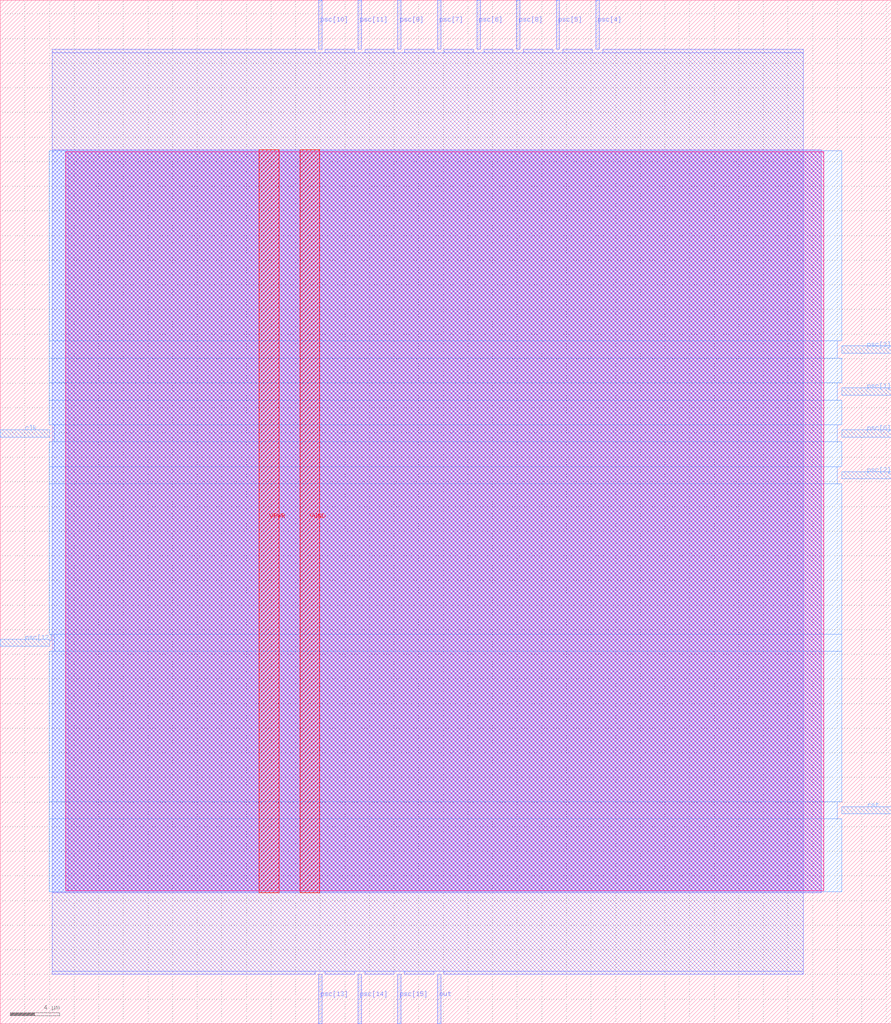
<source format=lef>
VERSION 5.7 ;
  NOWIREEXTENSIONATPIN ON ;
  DIVIDERCHAR "/" ;
  BUSBITCHARS "[]" ;
MACRO freq_psc
  CLASS BLOCK ;
  FOREIGN freq_psc ;
  ORIGIN 0.000 0.000 ;
  SIZE 72.390 BY 83.110 ;
  PIN VGND
    DIRECTION INOUT ;
    USE GROUND ;
    PORT
      LAYER met4 ;
        RECT 24.340 10.640 25.940 70.960 ;
    END
  END VGND
  PIN VPWR
    DIRECTION INOUT ;
    USE POWER ;
    PORT
      LAYER met4 ;
        RECT 21.040 10.640 22.640 70.960 ;
    END
  END VPWR
  PIN clk
    DIRECTION INPUT ;
    USE SIGNAL ;
    ANTENNAGATEAREA 0.852000 ;
    PORT
      LAYER met3 ;
        RECT 0.000 47.640 4.000 48.240 ;
    END
  END clk
  PIN out
    DIRECTION OUTPUT ;
    USE SIGNAL ;
    ANTENNADIFFAREA 0.445500 ;
    PORT
      LAYER met2 ;
        RECT 35.510 0.000 35.790 4.000 ;
    END
  END out
  PIN psc[0]
    DIRECTION INPUT ;
    USE SIGNAL ;
    ANTENNAGATEAREA 0.196500 ;
    PORT
      LAYER met3 ;
        RECT 68.390 47.640 72.390 48.240 ;
    END
  END psc[0]
  PIN psc[10]
    DIRECTION INPUT ;
    USE SIGNAL ;
    ANTENNAGATEAREA 0.196500 ;
    PORT
      LAYER met2 ;
        RECT 25.850 79.110 26.130 83.110 ;
    END
  END psc[10]
  PIN psc[11]
    DIRECTION INPUT ;
    USE SIGNAL ;
    ANTENNAGATEAREA 0.196500 ;
    PORT
      LAYER met2 ;
        RECT 29.070 79.110 29.350 83.110 ;
    END
  END psc[11]
  PIN psc[12]
    DIRECTION INPUT ;
    USE SIGNAL ;
    ANTENNAGATEAREA 0.196500 ;
    PORT
      LAYER met3 ;
        RECT 0.000 30.640 4.000 31.240 ;
    END
  END psc[12]
  PIN psc[13]
    DIRECTION INPUT ;
    USE SIGNAL ;
    ANTENNAGATEAREA 0.196500 ;
    PORT
      LAYER met2 ;
        RECT 25.850 0.000 26.130 4.000 ;
    END
  END psc[13]
  PIN psc[14]
    DIRECTION INPUT ;
    USE SIGNAL ;
    ANTENNAGATEAREA 0.126000 ;
    PORT
      LAYER met2 ;
        RECT 29.070 0.000 29.350 4.000 ;
    END
  END psc[14]
  PIN psc[15]
    DIRECTION INPUT ;
    USE SIGNAL ;
    ANTENNAGATEAREA 0.196500 ;
    PORT
      LAYER met2 ;
        RECT 32.290 0.000 32.570 4.000 ;
    END
  END psc[15]
  PIN psc[1]
    DIRECTION INPUT ;
    USE SIGNAL ;
    ANTENNAGATEAREA 0.495000 ;
    PORT
      LAYER met3 ;
        RECT 68.390 51.040 72.390 51.640 ;
    END
  END psc[1]
  PIN psc[2]
    DIRECTION INPUT ;
    USE SIGNAL ;
    ANTENNAGATEAREA 0.196500 ;
    PORT
      LAYER met3 ;
        RECT 68.390 44.240 72.390 44.840 ;
    END
  END psc[2]
  PIN psc[3]
    DIRECTION INPUT ;
    USE SIGNAL ;
    ANTENNAGATEAREA 0.196500 ;
    PORT
      LAYER met3 ;
        RECT 68.390 54.440 72.390 55.040 ;
    END
  END psc[3]
  PIN psc[4]
    DIRECTION INPUT ;
    USE SIGNAL ;
    ANTENNAGATEAREA 0.495000 ;
    PORT
      LAYER met2 ;
        RECT 48.390 79.110 48.670 83.110 ;
    END
  END psc[4]
  PIN psc[5]
    DIRECTION INPUT ;
    USE SIGNAL ;
    ANTENNAGATEAREA 0.196500 ;
    PORT
      LAYER met2 ;
        RECT 45.170 79.110 45.450 83.110 ;
    END
  END psc[5]
  PIN psc[6]
    DIRECTION INPUT ;
    USE SIGNAL ;
    ANTENNAGATEAREA 0.495000 ;
    PORT
      LAYER met2 ;
        RECT 38.730 79.110 39.010 83.110 ;
    END
  END psc[6]
  PIN psc[7]
    DIRECTION INPUT ;
    USE SIGNAL ;
    ANTENNAGATEAREA 0.196500 ;
    PORT
      LAYER met2 ;
        RECT 35.510 79.110 35.790 83.110 ;
    END
  END psc[7]
  PIN psc[8]
    DIRECTION INPUT ;
    USE SIGNAL ;
    ANTENNAGATEAREA 0.213000 ;
    PORT
      LAYER met2 ;
        RECT 41.950 79.110 42.230 83.110 ;
    END
  END psc[8]
  PIN psc[9]
    DIRECTION INPUT ;
    USE SIGNAL ;
    ANTENNAGATEAREA 0.196500 ;
    PORT
      LAYER met2 ;
        RECT 32.290 79.110 32.570 83.110 ;
    END
  END psc[9]
  PIN rst
    DIRECTION INPUT ;
    USE SIGNAL ;
    ANTENNAGATEAREA 0.196500 ;
    PORT
      LAYER met3 ;
        RECT 68.390 17.040 72.390 17.640 ;
    END
  END rst
  OBS
      LAYER nwell ;
        RECT 5.330 10.795 66.890 70.805 ;
      LAYER li1 ;
        RECT 5.520 10.795 66.700 70.805 ;
      LAYER met1 ;
        RECT 4.210 10.640 66.700 70.960 ;
      LAYER met2 ;
        RECT 4.230 78.830 25.570 79.110 ;
        RECT 26.410 78.830 28.790 79.110 ;
        RECT 29.630 78.830 32.010 79.110 ;
        RECT 32.850 78.830 35.230 79.110 ;
        RECT 36.070 78.830 38.450 79.110 ;
        RECT 39.290 78.830 41.670 79.110 ;
        RECT 42.510 78.830 44.890 79.110 ;
        RECT 45.730 78.830 48.110 79.110 ;
        RECT 48.950 78.830 65.230 79.110 ;
        RECT 4.230 4.280 65.230 78.830 ;
        RECT 4.230 4.000 25.570 4.280 ;
        RECT 26.410 4.000 28.790 4.280 ;
        RECT 29.630 4.000 32.010 4.280 ;
        RECT 32.850 4.000 35.230 4.280 ;
        RECT 36.070 4.000 65.230 4.280 ;
      LAYER met3 ;
        RECT 3.990 55.440 68.390 70.885 ;
        RECT 3.990 54.040 67.990 55.440 ;
        RECT 3.990 52.040 68.390 54.040 ;
        RECT 3.990 50.640 67.990 52.040 ;
        RECT 3.990 48.640 68.390 50.640 ;
        RECT 4.400 47.240 67.990 48.640 ;
        RECT 3.990 45.240 68.390 47.240 ;
        RECT 3.990 43.840 67.990 45.240 ;
        RECT 3.990 31.640 68.390 43.840 ;
        RECT 4.400 30.240 68.390 31.640 ;
        RECT 3.990 18.040 68.390 30.240 ;
        RECT 3.990 16.640 67.990 18.040 ;
        RECT 3.990 10.715 68.390 16.640 ;
  END
END freq_psc
END LIBRARY


</source>
